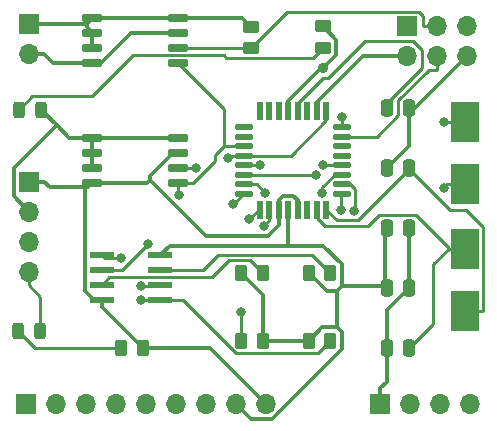
<source format=gbr>
%TF.GenerationSoftware,KiCad,Pcbnew,7.0.10*%
%TF.CreationDate,2024-02-27T03:30:34+03:00*%
%TF.ProjectId,Arduino_Datalogger,41726475-696e-46f5-9f44-6174616c6f67,1.0*%
%TF.SameCoordinates,Original*%
%TF.FileFunction,Copper,L1,Top*%
%TF.FilePolarity,Positive*%
%FSLAX46Y46*%
G04 Gerber Fmt 4.6, Leading zero omitted, Abs format (unit mm)*
G04 Created by KiCad (PCBNEW 7.0.10) date 2024-02-27 03:30:34*
%MOMM*%
%LPD*%
G01*
G04 APERTURE LIST*
G04 Aperture macros list*
%AMRoundRect*
0 Rectangle with rounded corners*
0 $1 Rounding radius*
0 $2 $3 $4 $5 $6 $7 $8 $9 X,Y pos of 4 corners*
0 Add a 4 corners polygon primitive as box body*
4,1,4,$2,$3,$4,$5,$6,$7,$8,$9,$2,$3,0*
0 Add four circle primitives for the rounded corners*
1,1,$1+$1,$2,$3*
1,1,$1+$1,$4,$5*
1,1,$1+$1,$6,$7*
1,1,$1+$1,$8,$9*
0 Add four rect primitives between the rounded corners*
20,1,$1+$1,$2,$3,$4,$5,0*
20,1,$1+$1,$4,$5,$6,$7,0*
20,1,$1+$1,$6,$7,$8,$9,0*
20,1,$1+$1,$8,$9,$2,$3,0*%
G04 Aperture macros list end*
%TA.AperFunction,SMDPad,CuDef*%
%ADD10RoundRect,0.048800X-0.796200X-0.256200X0.796200X-0.256200X0.796200X0.256200X-0.796200X0.256200X0*%
%TD*%
%TA.AperFunction,ComponentPad*%
%ADD11R,1.700000X1.700000*%
%TD*%
%TA.AperFunction,ComponentPad*%
%ADD12O,1.700000X1.700000*%
%TD*%
%TA.AperFunction,SMDPad,CuDef*%
%ADD13RoundRect,0.041300X-0.943700X-0.253700X0.943700X-0.253700X0.943700X0.253700X-0.943700X0.253700X0*%
%TD*%
%TA.AperFunction,SMDPad,CuDef*%
%ADD14RoundRect,0.038500X0.236500X-0.696500X0.236500X0.696500X-0.236500X0.696500X-0.236500X-0.696500X0*%
%TD*%
%TA.AperFunction,SMDPad,CuDef*%
%ADD15RoundRect,0.099000X0.636000X-0.176000X0.636000X0.176000X-0.636000X0.176000X-0.636000X-0.176000X0*%
%TD*%
%TA.AperFunction,SMDPad,CuDef*%
%ADD16RoundRect,0.243750X-0.243750X-0.456250X0.243750X-0.456250X0.243750X0.456250X-0.243750X0.456250X0*%
%TD*%
%TA.AperFunction,SMDPad,CuDef*%
%ADD17RoundRect,0.250000X-0.250000X-0.475000X0.250000X-0.475000X0.250000X0.475000X-0.250000X0.475000X0*%
%TD*%
%TA.AperFunction,SMDPad,CuDef*%
%ADD18RoundRect,0.250000X0.262500X0.450000X-0.262500X0.450000X-0.262500X-0.450000X0.262500X-0.450000X0*%
%TD*%
%TA.AperFunction,SMDPad,CuDef*%
%ADD19RoundRect,0.250000X0.450000X-0.262500X0.450000X0.262500X-0.450000X0.262500X-0.450000X-0.262500X0*%
%TD*%
%TA.AperFunction,SMDPad,CuDef*%
%ADD20RoundRect,0.250000X-0.262500X-0.450000X0.262500X-0.450000X0.262500X0.450000X-0.262500X0.450000X0*%
%TD*%
%TA.AperFunction,SMDPad,CuDef*%
%ADD21RoundRect,0.250000X-0.450000X0.262500X-0.450000X-0.262500X0.450000X-0.262500X0.450000X0.262500X0*%
%TD*%
%TA.AperFunction,SMDPad,CuDef*%
%ADD22R,2.400000X3.500000*%
%TD*%
%TA.AperFunction,ViaPad*%
%ADD23C,0.900000*%
%TD*%
%TA.AperFunction,ViaPad*%
%ADD24C,0.800000*%
%TD*%
%TA.AperFunction,Conductor*%
%ADD25C,0.350000*%
%TD*%
%TA.AperFunction,Conductor*%
%ADD26C,0.250000*%
%TD*%
G04 APERTURE END LIST*
D10*
%TO.P,U2,1,A0*%
%TO.N,/Vcc*%
X140505000Y-71755000D03*
%TO.P,U2,2,A1*%
X140505000Y-73025000D03*
%TO.P,U2,3,A2*%
X140505000Y-74295000D03*
%TO.P,U2,4,VSS*%
%TO.N,GND*%
X140505000Y-75565000D03*
%TO.P,U2,5,SDA*%
%TO.N,/SDA*%
X147785000Y-75565000D03*
%TO.P,U2,6,SCL*%
%TO.N,/SCK*%
X147785000Y-74295000D03*
%TO.P,U2,7,WP*%
%TO.N,GND*%
X147785000Y-73025000D03*
%TO.P,U2,8,VCC*%
%TO.N,/Vcc*%
X147785000Y-71755000D03*
%TD*%
D11*
%TO.P,J1,1,Pin_1*%
%TO.N,GND*%
X135128000Y-85598000D03*
D12*
%TO.P,J1,2,Pin_2*%
%TO.N,/Vcc*%
X135128000Y-88138000D03*
%TO.P,J1,3,Pin_3*%
%TO.N,/SDA*%
X135128000Y-90678000D03*
%TO.P,J1,4,Pin_4*%
%TO.N,/SCK*%
X135128000Y-93218000D03*
%TD*%
D10*
%TO.P,U5,1,A0*%
%TO.N,/Vcc*%
X140505000Y-81915000D03*
%TO.P,U5,2,A1*%
X140505000Y-83185000D03*
%TO.P,U5,3,A2*%
X140505000Y-84455000D03*
%TO.P,U5,4,VSS*%
%TO.N,GND*%
X140505000Y-85725000D03*
%TO.P,U5,5,SDA*%
%TO.N,/SDA*%
X147785000Y-85725000D03*
%TO.P,U5,6,SCL*%
%TO.N,/SCK*%
X147785000Y-84455000D03*
%TO.P,U5,7,WP*%
%TO.N,GND*%
X147785000Y-83185000D03*
%TO.P,U5,8,VCC*%
%TO.N,/Vcc*%
X147785000Y-81915000D03*
%TD*%
D13*
%TO.P,U1,1,X1*%
%TO.N,Net-(U1-X1)*%
X141289000Y-91821000D03*
%TO.P,U1,2,X2*%
%TO.N,Net-(U1-X2)*%
X141289000Y-93091000D03*
%TO.P,U1,3,~{INTA}*%
%TO.N,Net-(U1-~{INTA})*%
X141289000Y-94361000D03*
%TO.P,U1,4,GND*%
%TO.N,GND*%
X141289000Y-95631000D03*
%TO.P,U1,5,SDA*%
%TO.N,/SDA*%
X146239000Y-95631000D03*
%TO.P,U1,6,SCL*%
%TO.N,/SCK*%
X146239000Y-94361000D03*
%TO.P,U1,7,SQW/~INT*%
%TO.N,Net-(U1-SQW{slash}~INT)*%
X146239000Y-93091000D03*
%TO.P,U1,8,VCC*%
%TO.N,/Vcc*%
X146239000Y-91821000D03*
%TD*%
D14*
%TO.P,U3,1,PD3*%
%TO.N,/D3*%
X154680000Y-87990000D03*
%TO.P,U3,2,PD4*%
%TO.N,/D4*%
X155480000Y-87990000D03*
%TO.P,U3,3,GND*%
%TO.N,GND*%
X156280000Y-87990000D03*
%TO.P,U3,4,VCC*%
%TO.N,/Vcc*%
X157080000Y-87990000D03*
%TO.P,U3,5,GND*%
%TO.N,GND*%
X157880000Y-87990000D03*
%TO.P,U3,6,VCC*%
%TO.N,unconnected-(U3-VCC-Pad6)*%
X158680000Y-87990000D03*
%TO.P,U3,7,PB6*%
%TO.N,Net-(U3-PB6)*%
X159480000Y-87990000D03*
%TO.P,U3,8,PB7*%
%TO.N,Net-(U3-PB7)*%
X160280000Y-87990000D03*
D15*
%TO.P,U3,9,PD5*%
%TO.N,/D5*%
X161650000Y-86620000D03*
%TO.P,U3,10,PD6*%
%TO.N,/D6*%
X161650000Y-85820000D03*
%TO.P,U3,11,PD7*%
%TO.N,/D7*%
X161650000Y-85020000D03*
%TO.P,U3,12,PB0*%
%TO.N,/D8*%
X161650000Y-84220000D03*
%TO.P,U3,13,PB1*%
%TO.N,unconnected-(U3-PB1-Pad13)*%
X161650000Y-83420000D03*
%TO.P,U3,14,PB2*%
%TO.N,unconnected-(U3-PB2-Pad14)*%
X161650000Y-82620000D03*
%TO.P,U3,15,PB3*%
%TO.N,/MOSI*%
X161650000Y-81820000D03*
%TO.P,U3,16,PB4*%
%TO.N,/MISO*%
X161650000Y-81020000D03*
D14*
%TO.P,U3,17,PB5*%
%TO.N,/SCK*%
X160280000Y-79650000D03*
%TO.P,U3,18,AVCC*%
%TO.N,/Vcc*%
X159480000Y-79650000D03*
%TO.P,U3,19,ADC6*%
%TO.N,unconnected-(U3-ADC6-Pad19)*%
X158680000Y-79650000D03*
%TO.P,U3,20,AREF*%
%TO.N,Net-(U3-AREF)*%
X157880000Y-79650000D03*
%TO.P,U3,21,GND*%
%TO.N,GND*%
X157080000Y-79650000D03*
%TO.P,U3,22,ADC7*%
%TO.N,unconnected-(U3-ADC7-Pad22)*%
X156280000Y-79650000D03*
%TO.P,U3,23,PC0*%
%TO.N,unconnected-(U3-PC0-Pad23)*%
X155480000Y-79650000D03*
%TO.P,U3,24,PC1*%
%TO.N,unconnected-(U3-PC1-Pad24)*%
X154680000Y-79650000D03*
D15*
%TO.P,U3,25,PC2*%
%TO.N,unconnected-(U3-PC2-Pad25)*%
X153310000Y-81020000D03*
%TO.P,U3,26,PC3*%
%TO.N,unconnected-(U3-PC3-Pad26)*%
X153310000Y-81820000D03*
%TO.P,U3,27,PC4*%
%TO.N,/SDA*%
X153310000Y-82620000D03*
%TO.P,U3,28,PC5*%
%TO.N,/SCK*%
X153310000Y-83420000D03*
%TO.P,U3,29,PC6/~{RESET}*%
%TO.N,/Reset*%
X153310000Y-84220000D03*
%TO.P,U3,30,PD0*%
%TO.N,/Rx*%
X153310000Y-85020000D03*
%TO.P,U3,31,PD1*%
%TO.N,/Tx*%
X153310000Y-85820000D03*
%TO.P,U3,32,PD2*%
%TO.N,/D2*%
X153310000Y-86620000D03*
%TD*%
D11*
%TO.P,J4,1,Pin_1*%
%TO.N,/D2*%
X134874000Y-104394000D03*
D12*
%TO.P,J4,2,Pin_2*%
%TO.N,/D3*%
X137414000Y-104394000D03*
%TO.P,J4,3,Pin_3*%
%TO.N,/D4*%
X139954000Y-104394000D03*
%TO.P,J4,4,Pin_4*%
%TO.N,/D5*%
X142494000Y-104394000D03*
%TO.P,J4,5,Pin_5*%
%TO.N,/D6*%
X145034000Y-104394000D03*
%TO.P,J4,6,Pin_6*%
%TO.N,/D7*%
X147574000Y-104394000D03*
%TO.P,J4,7,Pin_7*%
%TO.N,/D8*%
X150114000Y-104394000D03*
%TO.P,J4,8,Pin_8*%
%TO.N,/Vcc*%
X152654000Y-104394000D03*
%TO.P,J4,9,Pin_9*%
%TO.N,GND*%
X155194000Y-104394000D03*
%TD*%
D16*
%TO.P,D1,1,K*%
%TO.N,Net-(D1-K)*%
X134190500Y-98288000D03*
%TO.P,D1,2,A*%
%TO.N,/SCK*%
X136065500Y-98288000D03*
%TD*%
D17*
%TO.P,C4,1*%
%TO.N,/Vcc*%
X165420000Y-94615000D03*
%TO.P,C4,2*%
%TO.N,GND*%
X167320000Y-94615000D03*
%TD*%
%TO.P,C3,1*%
%TO.N,/Vcc*%
X165420000Y-89535000D03*
%TO.P,C3,2*%
%TO.N,GND*%
X167320000Y-89535000D03*
%TD*%
%TO.P,C2,1*%
%TO.N,GND*%
X165420000Y-84455000D03*
%TO.P,C2,2*%
%TO.N,Net-(U3-PB7)*%
X167320000Y-84455000D03*
%TD*%
D18*
%TO.P,R7,1*%
%TO.N,GND*%
X144780000Y-99695000D03*
%TO.P,R7,2*%
%TO.N,Net-(D1-K)*%
X142955000Y-99695000D03*
%TD*%
D11*
%TO.P,J2,1,Pin_1*%
%TO.N,GND*%
X164846000Y-104394000D03*
D12*
%TO.P,J2,2,Pin_2*%
%TO.N,/Vcc*%
X167386000Y-104394000D03*
%TO.P,J2,3,Pin_3*%
%TO.N,/Rx*%
X169926000Y-104394000D03*
%TO.P,J2,4,Pin_4*%
%TO.N,/Tx*%
X172466000Y-104394000D03*
%TD*%
D19*
%TO.P,R6,1*%
%TO.N,Net-(D2-K)*%
X160020000Y-74295000D03*
%TO.P,R6,2*%
%TO.N,GND*%
X160020000Y-72470000D03*
%TD*%
D20*
%TO.P,R2,1*%
%TO.N,/Vcc*%
X158830000Y-93345000D03*
%TO.P,R2,2*%
%TO.N,Net-(U1-SQW{slash}~INT)*%
X160655000Y-93345000D03*
%TD*%
D21*
%TO.P,R5,1*%
%TO.N,/Vcc*%
X153924000Y-72493500D03*
%TO.P,R5,2*%
%TO.N,/SCK*%
X153924000Y-74318500D03*
%TD*%
D11*
%TO.P,J3,1,Pin_1*%
%TO.N,/MISO*%
X167132000Y-72405000D03*
D12*
%TO.P,J3,2,Pin_2*%
%TO.N,/Vcc*%
X167132000Y-74945000D03*
%TO.P,J3,3,Pin_3*%
%TO.N,/SCK*%
X169672000Y-72405000D03*
%TO.P,J3,4,Pin_4*%
%TO.N,/MOSI*%
X169672000Y-74945000D03*
%TO.P,J3,5,Pin_5*%
%TO.N,/Reset*%
X172212000Y-72405000D03*
%TO.P,J3,6,Pin_6*%
%TO.N,GND*%
X172212000Y-74945000D03*
%TD*%
D17*
%TO.P,C1,1*%
%TO.N,Net-(U3-AREF)*%
X165420000Y-79375000D03*
%TO.P,C1,2*%
%TO.N,GND*%
X167320000Y-79375000D03*
%TD*%
D11*
%TO.P,BT1,1,+*%
%TO.N,/Vcc*%
X135128000Y-72248000D03*
D12*
%TO.P,BT1,2,-*%
%TO.N,GND*%
X135128000Y-74788000D03*
%TD*%
D22*
%TO.P,Y2,1,1*%
%TO.N,Net-(U3-PB7)*%
X172085000Y-96520000D03*
%TO.P,Y2,2,2*%
%TO.N,Net-(U3-PB6)*%
X172085000Y-91320000D03*
%TD*%
D20*
%TO.P,R3,1*%
%TO.N,/Reset*%
X153115000Y-99060000D03*
%TO.P,R3,2*%
%TO.N,/Vcc*%
X154940000Y-99060000D03*
%TD*%
%TO.P,R4,1*%
%TO.N,/Vcc*%
X158830000Y-99060000D03*
%TO.P,R4,2*%
%TO.N,/SDA*%
X160655000Y-99060000D03*
%TD*%
D16*
%TO.P,D2,1,K*%
%TO.N,Net-(D2-K)*%
X134269000Y-79502000D03*
%TO.P,D2,2,A*%
%TO.N,/Vcc*%
X136144000Y-79502000D03*
%TD*%
D20*
%TO.P,R1,1*%
%TO.N,/Vcc*%
X153115000Y-93345000D03*
%TO.P,R1,2*%
%TO.N,Net-(U1-~{INTA})*%
X154940000Y-93345000D03*
%TD*%
D22*
%TO.P,Y1,1,1*%
%TO.N,Net-(U1-X1)*%
X172085000Y-85785000D03*
%TO.P,Y1,2,2*%
%TO.N,Net-(U1-X2)*%
X172085000Y-80585000D03*
%TD*%
D17*
%TO.P,C5,1*%
%TO.N,GND*%
X165420000Y-99695000D03*
%TO.P,C5,2*%
%TO.N,Net-(U3-PB6)*%
X167320000Y-99695000D03*
%TD*%
D23*
%TO.N,GND*%
X160060400Y-75981800D03*
D24*
%TO.N,/SCK*%
X149250200Y-84444400D03*
X144629300Y-94464800D03*
X151956000Y-83637600D03*
%TO.N,/SDA*%
X147845700Y-86751100D03*
X144619700Y-95631000D03*
%TO.N,/Rx*%
X159429000Y-85020000D03*
%TO.N,/Tx*%
X155101900Y-86529300D03*
%TO.N,/MISO*%
X161650000Y-80100900D03*
%TO.N,/Reset*%
X154651800Y-84220000D03*
X153115000Y-96670300D03*
%TO.N,/D2*%
X152414500Y-87515500D03*
%TO.N,/D3*%
X153781600Y-88776700D03*
%TO.N,/D4*%
X154985300Y-89350800D03*
%TO.N,/D5*%
X161515400Y-88030600D03*
%TO.N,/D6*%
X162634300Y-88128400D03*
%TO.N,/D7*%
X159978000Y-86601300D03*
%TO.N,/D8*%
X160045100Y-84220000D03*
%TO.N,Net-(U1-X1)*%
X142903000Y-92066400D03*
X170268000Y-86112200D03*
%TO.N,Net-(U1-X2)*%
X145218900Y-90869100D03*
X170252800Y-80585000D03*
%TD*%
D25*
%TO.N,/Vcc*%
X161604100Y-94471400D02*
X165276400Y-94471400D01*
X135128000Y-88138000D02*
X133852600Y-86862600D01*
X158830000Y-99060000D02*
X159956300Y-97933700D01*
X140505000Y-81915000D02*
X138557000Y-81915000D01*
X157080000Y-91022800D02*
X157080000Y-87990000D01*
X153934100Y-105674100D02*
X152654000Y-104394000D01*
X140505000Y-83185000D02*
X140505000Y-84455000D01*
X160362900Y-94877900D02*
X161197600Y-94877900D01*
X140012000Y-72248000D02*
X140505000Y-71755000D01*
X161630500Y-98366600D02*
X161630500Y-99765200D01*
X161197600Y-97933700D02*
X161197600Y-94877900D01*
X133852600Y-84493300D02*
X137494000Y-80851900D01*
X140505000Y-74295000D02*
X140505000Y-73025000D01*
X135128000Y-72248000D02*
X140012000Y-72248000D01*
X140012000Y-72248000D02*
X140012000Y-72532000D01*
X154940000Y-99060000D02*
X158830000Y-99060000D01*
X153185500Y-71755000D02*
X153924000Y-72493500D01*
X140012000Y-72532000D02*
X140505000Y-73025000D01*
X161604100Y-94471400D02*
X161604100Y-92616400D01*
X161197600Y-97933700D02*
X161630500Y-98366600D01*
X133852600Y-86862600D02*
X133852600Y-84493300D01*
X161197600Y-94877900D02*
X161604100Y-94471400D01*
X147037200Y-91022800D02*
X146239000Y-91821000D01*
X165276400Y-89678600D02*
X165420000Y-89535000D01*
X147785000Y-81915000D02*
X140505000Y-81915000D01*
X140505000Y-81915000D02*
X140505000Y-83185000D01*
X154940000Y-95170000D02*
X154940000Y-99060000D01*
X158830000Y-93345000D02*
X160362900Y-94877900D01*
X161604100Y-92616400D02*
X160010500Y-91022800D01*
X147785000Y-71755000D02*
X153185500Y-71755000D01*
X155721600Y-105674100D02*
X153934100Y-105674100D01*
X161630500Y-99765200D02*
X155721600Y-105674100D01*
X163396000Y-74945000D02*
X159480000Y-78861000D01*
X159956300Y-97933700D02*
X161197600Y-97933700D01*
X137494000Y-80851900D02*
X136144000Y-79502000D01*
X159480000Y-78861000D02*
X159480000Y-79650000D01*
X160010500Y-91022800D02*
X157080000Y-91022800D01*
X153115000Y-93345000D02*
X154940000Y-95170000D01*
X157080000Y-91022800D02*
X147037200Y-91022800D01*
X165276400Y-94471400D02*
X165276400Y-89678600D01*
X140505000Y-71755000D02*
X147785000Y-71755000D01*
X167132000Y-74945000D02*
X163396000Y-74945000D01*
X138557000Y-81915000D02*
X137494000Y-80851900D01*
X165420000Y-94615000D02*
X165276400Y-94471400D01*
%TO.N,GND*%
X161146600Y-74895600D02*
X160060400Y-75981800D01*
X161146600Y-73596600D02*
X161146600Y-74895600D01*
X135128000Y-85598000D02*
X136403300Y-85598000D01*
X167320000Y-79375000D02*
X167782000Y-79375000D01*
X139837500Y-94832500D02*
X140636000Y-95631000D01*
X135128000Y-74788000D02*
X136403300Y-74788000D01*
X147315500Y-83185000D02*
X145407500Y-85093000D01*
X167782000Y-79375000D02*
X172212000Y-74945000D01*
X156625500Y-86806400D02*
X157521300Y-86806400D01*
X156280000Y-87990000D02*
X156280000Y-87151900D01*
X157880000Y-87165100D02*
X157880000Y-87990000D01*
X143743500Y-73025000D02*
X147785000Y-73025000D01*
X140636000Y-95631000D02*
X141289000Y-95631000D01*
X164846000Y-104394000D02*
X164846000Y-103118700D01*
X150106100Y-90178600D02*
X155357900Y-90178600D01*
X160020000Y-72470000D02*
X161146600Y-73596600D01*
X165420000Y-102544700D02*
X165420000Y-99695000D01*
X167320000Y-94615000D02*
X167320000Y-89535000D01*
X155357900Y-90178600D02*
X156280000Y-89256500D01*
X165420000Y-96515000D02*
X167320000Y-94615000D01*
X160060400Y-75981800D02*
X159869100Y-75981800D01*
X157080000Y-78770900D02*
X157080000Y-79650000D01*
X139837500Y-86099900D02*
X140130100Y-86099900D01*
X167320000Y-79375000D02*
X167320000Y-82555000D01*
X145407500Y-85480000D02*
X150106100Y-90178600D01*
X137180300Y-75565000D02*
X140505000Y-75565000D01*
X141289000Y-95631000D02*
X141289000Y-96204000D01*
X165420000Y-99695000D02*
X165420000Y-96515000D01*
X157521300Y-86806400D02*
X157880000Y-87165100D01*
X167320000Y-82555000D02*
X165420000Y-84455000D01*
X150495000Y-99695000D02*
X155194000Y-104394000D01*
X139837500Y-86099900D02*
X139837500Y-94832500D01*
X164846000Y-103118700D02*
X165420000Y-102544700D01*
X145162500Y-85725000D02*
X145407500Y-85480000D01*
X139837500Y-86099900D02*
X136905200Y-86099900D01*
X140130100Y-86099900D02*
X140505000Y-85725000D01*
X144780000Y-99695000D02*
X150495000Y-99695000D01*
X136403300Y-74788000D02*
X137180300Y-75565000D01*
X156280000Y-87151900D02*
X156625500Y-86806400D01*
X145407500Y-85093000D02*
X145407500Y-85480000D01*
X140505000Y-85725000D02*
X145162500Y-85725000D01*
X156280000Y-89256500D02*
X156280000Y-87990000D01*
X141203500Y-75565000D02*
X143743500Y-73025000D01*
X141289000Y-96204000D02*
X144780000Y-99695000D01*
X159869100Y-75981800D02*
X157080000Y-78770900D01*
X140505000Y-75565000D02*
X141203500Y-75565000D01*
X147785000Y-83185000D02*
X147315500Y-83185000D01*
X136905200Y-86099900D02*
X136403300Y-85598000D01*
D26*
%TO.N,Net-(U3-AREF)*%
X160436500Y-76841500D02*
X163591400Y-73686600D01*
X163591400Y-73686600D02*
X167642200Y-73686600D01*
X167642200Y-73686600D02*
X168385400Y-74429800D01*
X165420000Y-78920700D02*
X165420000Y-79375000D01*
X157880000Y-79650000D02*
X157880000Y-78947400D01*
X168385400Y-74429800D02*
X168385400Y-75955300D01*
X157880000Y-78947400D02*
X159985900Y-76841500D01*
X168385400Y-75955300D02*
X165420000Y-78920700D01*
X159985900Y-76841500D02*
X160436500Y-76841500D01*
%TO.N,Net-(U3-PB7)*%
X173610300Y-96520000D02*
X173610300Y-89421100D01*
X172085000Y-96520000D02*
X173610300Y-96520000D01*
X170768500Y-87983200D02*
X167320000Y-84534700D01*
X160280000Y-87990000D02*
X161175300Y-88885300D01*
X161175300Y-88885300D02*
X162969400Y-88885300D01*
X162969400Y-88885300D02*
X167320000Y-84534700D01*
X173610300Y-89421100D02*
X172172400Y-87983200D01*
X172172400Y-87983200D02*
X170768500Y-87983200D01*
X167320000Y-84534700D02*
X167320000Y-84455000D01*
%TO.N,Net-(U3-PB6)*%
X169374300Y-97640700D02*
X167320000Y-99695000D01*
X159480000Y-87990000D02*
X159480000Y-88664400D01*
X160208600Y-89393000D02*
X163832400Y-89393000D01*
X167893500Y-88433600D02*
X170672300Y-91212400D01*
X169374300Y-92618000D02*
X169374300Y-97640700D01*
X170672300Y-91212400D02*
X170672300Y-91320000D01*
X163832400Y-89393000D02*
X164791800Y-88433600D01*
X172085000Y-91320000D02*
X170672300Y-91320000D01*
X164791800Y-88433600D02*
X167893500Y-88433600D01*
X170672300Y-91320000D02*
X169374300Y-92618000D01*
X159480000Y-88664400D02*
X160208600Y-89393000D01*
%TO.N,Net-(D1-K)*%
X142955000Y-99695000D02*
X135597500Y-99695000D01*
X135597500Y-99695000D02*
X134190500Y-98288000D01*
%TO.N,/SCK*%
X147795600Y-84444400D02*
X147785000Y-84455000D01*
X168127400Y-71227700D02*
X168496700Y-71597000D01*
X151956000Y-83637600D02*
X152173600Y-83420000D01*
X136065500Y-95330800D02*
X135128000Y-94393300D01*
X136065500Y-98288000D02*
X136065500Y-95330800D01*
X144629300Y-94464800D02*
X146135200Y-94464800D01*
X149250200Y-84444400D02*
X147795600Y-84444400D01*
X168496700Y-71597000D02*
X168496700Y-72405000D01*
X153924000Y-74318500D02*
X153924000Y-74295000D01*
X160280000Y-80415000D02*
X160280000Y-79650000D01*
X146135200Y-94464800D02*
X146239000Y-94361000D01*
X157275000Y-83420000D02*
X160280000Y-80415000D01*
X152173600Y-83420000D02*
X153310000Y-83420000D01*
X169672000Y-72405000D02*
X168496700Y-72405000D01*
X153924000Y-74295000D02*
X156991300Y-71227700D01*
X156991300Y-71227700D02*
X168127400Y-71227700D01*
X135128000Y-93218000D02*
X135128000Y-94393300D01*
X153310000Y-83420000D02*
X157275000Y-83420000D01*
X153924000Y-74295000D02*
X147785000Y-74295000D01*
%TO.N,Net-(D2-K)*%
X151603500Y-74925500D02*
X143908000Y-74925500D01*
X160020000Y-74295000D02*
X159146600Y-75168400D01*
X140487200Y-78346300D02*
X135424700Y-78346300D01*
X159146600Y-75168400D02*
X151846400Y-75168400D01*
X143908000Y-74925500D02*
X140487200Y-78346300D01*
X135424700Y-78346300D02*
X134269000Y-79502000D01*
X151846400Y-75168400D02*
X151603500Y-74925500D01*
%TO.N,/SDA*%
X147845700Y-86751100D02*
X147785000Y-86690400D01*
X152644700Y-100142900D02*
X148132800Y-95631000D01*
X147785000Y-85725000D02*
X149021700Y-85725000D01*
X146239000Y-95631000D02*
X144619700Y-95631000D01*
X160655000Y-99060000D02*
X159572100Y-100142900D01*
X148132800Y-95631000D02*
X146239000Y-95631000D01*
X150894100Y-83852600D02*
X150894100Y-83360500D01*
X159572100Y-100142900D02*
X152644700Y-100142900D01*
X147785000Y-86690400D02*
X147785000Y-85725000D01*
X150894100Y-83360500D02*
X151634600Y-82620000D01*
X151634600Y-82620000D02*
X151634600Y-79414600D01*
X149021700Y-85725000D02*
X150894100Y-83852600D01*
X151634600Y-82620000D02*
X153310000Y-82620000D01*
X151634600Y-79414600D02*
X147785000Y-75565000D01*
%TO.N,/Rx*%
X153310000Y-85020000D02*
X159429000Y-85020000D01*
%TO.N,/Tx*%
X154392600Y-85820000D02*
X155101900Y-86529300D01*
X153310000Y-85820000D02*
X154392600Y-85820000D01*
%TO.N,/MISO*%
X161650000Y-80100900D02*
X161650000Y-81020000D01*
%TO.N,/MOSI*%
X164558400Y-81820000D02*
X161650000Y-81820000D01*
X169672000Y-76120300D02*
X168959100Y-76120300D01*
X168959100Y-76120300D02*
X166405100Y-78674300D01*
X169672000Y-74945000D02*
X169672000Y-76120300D01*
X166405100Y-78674300D02*
X166405100Y-79973300D01*
X166405100Y-79973300D02*
X164558400Y-81820000D01*
%TO.N,/Reset*%
X153115000Y-99060000D02*
X153115000Y-96670300D01*
X154651800Y-84220000D02*
X153310000Y-84220000D01*
%TO.N,/D2*%
X152414500Y-87515500D02*
X153310000Y-86620000D01*
%TO.N,/D3*%
X153781600Y-88776700D02*
X154568300Y-87990000D01*
X154568300Y-87990000D02*
X154680000Y-87990000D01*
%TO.N,/D4*%
X155480000Y-88856100D02*
X154985300Y-89350800D01*
X155480000Y-87990000D02*
X155480000Y-88856100D01*
%TO.N,/D5*%
X161515400Y-88030600D02*
X161515400Y-86754600D01*
X161515400Y-86754600D02*
X161650000Y-86620000D01*
%TO.N,/D6*%
X162634300Y-88128400D02*
X162760100Y-88002600D01*
X162760100Y-86240700D02*
X162339400Y-85820000D01*
X162339400Y-85820000D02*
X161650000Y-85820000D01*
X162760100Y-88002600D02*
X162760100Y-86240700D01*
%TO.N,/D7*%
X161026100Y-85020000D02*
X161650000Y-85020000D01*
X159978000Y-86068100D02*
X161026100Y-85020000D01*
X159978000Y-86601300D02*
X159978000Y-86068100D01*
%TO.N,/D8*%
X161650000Y-84220000D02*
X160045100Y-84220000D01*
%TO.N,Net-(U1-~{INTA})*%
X150639600Y-93711600D02*
X141938400Y-93711600D01*
X153863000Y-92268000D02*
X152083200Y-92268000D01*
X152083200Y-92268000D02*
X150639600Y-93711600D01*
X154940000Y-93345000D02*
X153863000Y-92268000D01*
X141938400Y-93711600D02*
X141289000Y-94361000D01*
%TO.N,Net-(U1-SQW{slash}~INT)*%
X146239000Y-93091000D02*
X149884800Y-93091000D01*
X159127000Y-91817000D02*
X160655000Y-93345000D01*
X151158800Y-91817000D02*
X159127000Y-91817000D01*
X149884800Y-93091000D02*
X151158800Y-91817000D01*
%TO.N,Net-(U1-X1)*%
X142903000Y-92066400D02*
X141534400Y-92066400D01*
X172085000Y-85785000D02*
X170559700Y-85785000D01*
X170559700Y-85785000D02*
X170559700Y-85820500D01*
X141534400Y-92066400D02*
X141289000Y-91821000D01*
X170559700Y-85820500D02*
X170268000Y-86112200D01*
%TO.N,Net-(U1-X2)*%
X172085000Y-80585000D02*
X170252800Y-80585000D01*
X142997000Y-93091000D02*
X145218900Y-90869100D01*
X141289000Y-93091000D02*
X142997000Y-93091000D01*
%TD*%
M02*

</source>
